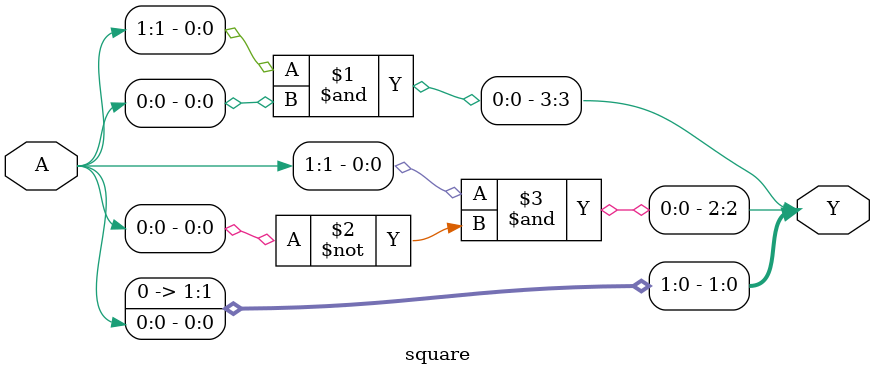
<source format=sv>
module square(A,Y);
  input [1:0] A;
  output[3:0] Y;
  assign Y[3] = A[1] &A[0];
  assign Y[2] = A[1] & ~A[0];
  assign Y[1] = 0;
  assign Y[0] = A[0];
  endmodule

</source>
